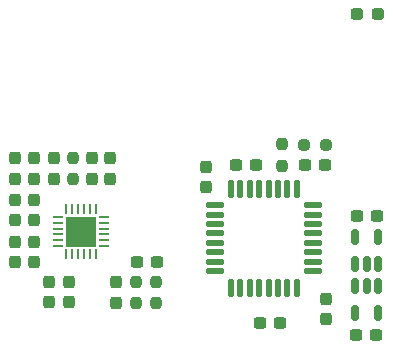
<source format=gtp>
G04 #@! TF.GenerationSoftware,KiCad,Pcbnew,8.0.2*
G04 #@! TF.CreationDate,2024-05-11T12:05:46+10:00*
G04 #@! TF.ProjectId,hawk,6861776b-2e6b-4696-9361-645f70636258,1*
G04 #@! TF.SameCoordinates,Original*
G04 #@! TF.FileFunction,Paste,Top*
G04 #@! TF.FilePolarity,Positive*
%FSLAX46Y46*%
G04 Gerber Fmt 4.6, Leading zero omitted, Abs format (unit mm)*
G04 Created by KiCad (PCBNEW 8.0.2) date 2024-05-11 12:05:46*
%MOMM*%
%LPD*%
G01*
G04 APERTURE LIST*
G04 Aperture macros list*
%AMRoundRect*
0 Rectangle with rounded corners*
0 $1 Rounding radius*
0 $2 $3 $4 $5 $6 $7 $8 $9 X,Y pos of 4 corners*
0 Add a 4 corners polygon primitive as box body*
4,1,4,$2,$3,$4,$5,$6,$7,$8,$9,$2,$3,0*
0 Add four circle primitives for the rounded corners*
1,1,$1+$1,$2,$3*
1,1,$1+$1,$4,$5*
1,1,$1+$1,$6,$7*
1,1,$1+$1,$8,$9*
0 Add four rect primitives between the rounded corners*
20,1,$1+$1,$2,$3,$4,$5,0*
20,1,$1+$1,$4,$5,$6,$7,0*
20,1,$1+$1,$6,$7,$8,$9,0*
20,1,$1+$1,$8,$9,$2,$3,0*%
G04 Aperture macros list end*
%ADD10C,0.000000*%
%ADD11RoundRect,0.237500X-0.237500X0.300000X-0.237500X-0.300000X0.237500X-0.300000X0.237500X0.300000X0*%
%ADD12RoundRect,0.237500X0.300000X0.237500X-0.300000X0.237500X-0.300000X-0.237500X0.300000X-0.237500X0*%
%ADD13RoundRect,0.237500X-0.237500X0.250000X-0.237500X-0.250000X0.237500X-0.250000X0.237500X0.250000X0*%
%ADD14RoundRect,0.237500X0.237500X-0.300000X0.237500X0.300000X-0.237500X0.300000X-0.237500X-0.300000X0*%
%ADD15RoundRect,0.150000X0.150000X-0.512500X0.150000X0.512500X-0.150000X0.512500X-0.150000X-0.512500X0*%
%ADD16RoundRect,0.125000X0.625000X0.125000X-0.625000X0.125000X-0.625000X-0.125000X0.625000X-0.125000X0*%
%ADD17RoundRect,0.125000X0.125000X0.625000X-0.125000X0.625000X-0.125000X-0.625000X0.125000X-0.625000X0*%
%ADD18RoundRect,0.237500X-0.300000X-0.237500X0.300000X-0.237500X0.300000X0.237500X-0.300000X0.237500X0*%
%ADD19RoundRect,0.237500X0.287500X0.237500X-0.287500X0.237500X-0.287500X-0.237500X0.287500X-0.237500X0*%
%ADD20RoundRect,0.150000X-0.150000X0.512500X-0.150000X-0.512500X0.150000X-0.512500X0.150000X0.512500X0*%
%ADD21R,0.812800X0.254000*%
%ADD22R,0.254000X0.812800*%
%ADD23R,2.641600X2.641600*%
%ADD24RoundRect,0.237500X0.250000X0.237500X-0.250000X0.237500X-0.250000X-0.237500X0.250000X-0.237500X0*%
G04 APERTURE END LIST*
D10*
G36*
X137570500Y-104164500D02*
G01*
X136449700Y-104164500D01*
X136449700Y-103043700D01*
X137570500Y-103043700D01*
X137570500Y-104164500D01*
G37*
G36*
X137570500Y-105485300D02*
G01*
X136449700Y-105485300D01*
X136449700Y-104364500D01*
X137570500Y-104364500D01*
X137570500Y-105485300D01*
G37*
G36*
X138891300Y-104164500D02*
G01*
X137770500Y-104164500D01*
X137770500Y-103043700D01*
X138891300Y-103043700D01*
X138891300Y-104164500D01*
G37*
G36*
X138891300Y-105485300D02*
G01*
X137770500Y-105485300D01*
X137770500Y-104364500D01*
X138891300Y-104364500D01*
X138891300Y-105485300D01*
G37*
D11*
X158394400Y-109983100D03*
X158394400Y-111708100D03*
D12*
X154532500Y-112014000D03*
X152807500Y-112014000D03*
D13*
X154686000Y-96877500D03*
X154686000Y-98702500D03*
D11*
X140154700Y-98070500D03*
X140154700Y-99795500D03*
D12*
X158342500Y-98610000D03*
X156617500Y-98610000D03*
X162660500Y-113030000D03*
X160935500Y-113030000D03*
D11*
X138630700Y-98070500D03*
X138630700Y-99795500D03*
D14*
X135382000Y-99795500D03*
X135382000Y-98070500D03*
D15*
X160898800Y-106984800D03*
X161848800Y-106984800D03*
X162798800Y-106984800D03*
X162798800Y-104709800D03*
X160898800Y-104709800D03*
D13*
X142367000Y-108498500D03*
X142367000Y-110323500D03*
D16*
X157323500Y-107629500D03*
X157323500Y-106829500D03*
X157323500Y-106029500D03*
X157323500Y-105229500D03*
X157323500Y-104429500D03*
X157323500Y-103629500D03*
X157323500Y-102829500D03*
X157323500Y-102029500D03*
D17*
X155948500Y-100654500D03*
X155148500Y-100654500D03*
X154348500Y-100654500D03*
X153548500Y-100654500D03*
X152748500Y-100654500D03*
X151948500Y-100654500D03*
X151148500Y-100654500D03*
X150348500Y-100654500D03*
D16*
X148973500Y-102029500D03*
X148973500Y-102829500D03*
X148973500Y-103629500D03*
X148973500Y-104429500D03*
X148973500Y-105229500D03*
X148973500Y-106029500D03*
X148973500Y-106829500D03*
X148973500Y-107629500D03*
D17*
X150348500Y-109004500D03*
X151148500Y-109004500D03*
X151948500Y-109004500D03*
X152748500Y-109004500D03*
X153548500Y-109004500D03*
X154348500Y-109004500D03*
X155148500Y-109004500D03*
X155948500Y-109004500D03*
D18*
X161012800Y-102926300D03*
X162737800Y-102926300D03*
D14*
X133731000Y-99795500D03*
X133731000Y-98070500D03*
D19*
X162802500Y-85849500D03*
X161052500Y-85849500D03*
D11*
X140659100Y-108548500D03*
X140659100Y-110273500D03*
D14*
X148252500Y-100501000D03*
X148252500Y-98776000D03*
D11*
X136620700Y-108542500D03*
X136620700Y-110267500D03*
D14*
X132082500Y-103282500D03*
X132082500Y-101557500D03*
D20*
X162798800Y-108906300D03*
X161848800Y-108906300D03*
X160898800Y-108906300D03*
X160898800Y-111181300D03*
X162798800Y-111181300D03*
D11*
X133699700Y-105153500D03*
X133699700Y-106878500D03*
D21*
X135727400Y-103014500D03*
X135727400Y-103514499D03*
X135727400Y-104014500D03*
X135727400Y-104514500D03*
X135727400Y-105014501D03*
X135727400Y-105514500D03*
D22*
X136420500Y-106207600D03*
X136920499Y-106207600D03*
X137420500Y-106207600D03*
X137920500Y-106207600D03*
X138420501Y-106207600D03*
X138920500Y-106207600D03*
D21*
X139613600Y-105514500D03*
X139613600Y-105014501D03*
X139613600Y-104514500D03*
X139613600Y-104014500D03*
X139613600Y-103514499D03*
X139613600Y-103014500D03*
D22*
X138920500Y-102321400D03*
X138420501Y-102321400D03*
X137920500Y-102321400D03*
X137420500Y-102321400D03*
X136920499Y-102321400D03*
X136420500Y-102321400D03*
D23*
X137670500Y-104264500D03*
D14*
X133699700Y-103282500D03*
X133699700Y-101557500D03*
D18*
X150776600Y-98610000D03*
X152501600Y-98610000D03*
D11*
X132080000Y-98070500D03*
X132080000Y-99795500D03*
D13*
X137033000Y-98020500D03*
X137033000Y-99845500D03*
D18*
X142396000Y-106804500D03*
X144121000Y-106804500D03*
D13*
X144018000Y-108498500D03*
X144018000Y-110323500D03*
D11*
X134969700Y-108542500D03*
X134969700Y-110267500D03*
D24*
X158373000Y-96977200D03*
X156548000Y-96977200D03*
D11*
X132082500Y-105153500D03*
X132082500Y-106878500D03*
M02*

</source>
